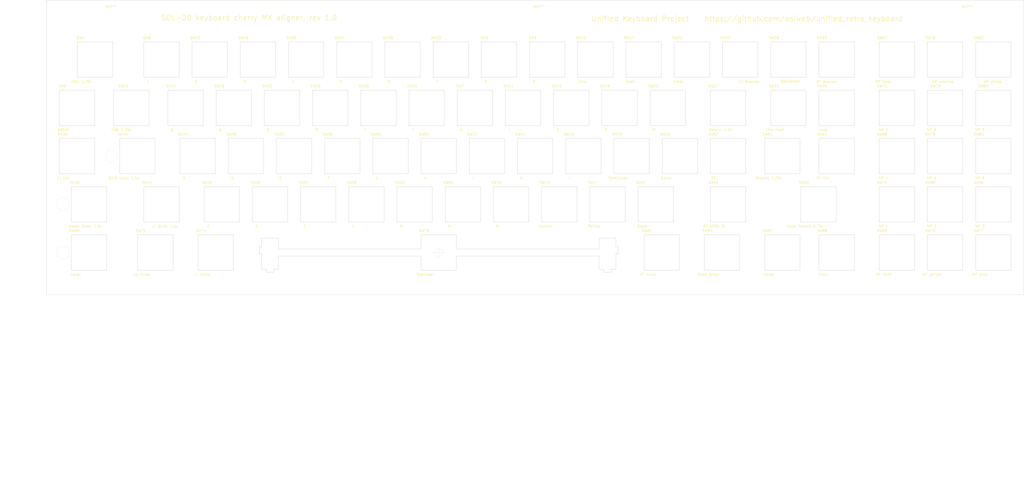
<source format=kicad_pcb>
(kicad_pcb (version 20171130) (host pcbnew "(5.1.5-0-10_14)")

  (general
    (thickness 1.6)
    (drawings 11)
    (tracks 0)
    (zones 0)
    (modules 88)
    (nets 1)
  )

  (page C)
  (title_block
    (title "Unified Retro Keyboard")
    (date 2019-08-25)
    (rev 1.3)
    (company OSIWeb.org)
    (comment 1 "Key matrix w/ LED")
  )

  (layers
    (0 F.Cu signal)
    (31 B.Cu signal)
    (32 B.Adhes user)
    (33 F.Adhes user)
    (34 B.Paste user)
    (35 F.Paste user)
    (36 B.SilkS user)
    (37 F.SilkS user)
    (38 B.Mask user)
    (39 F.Mask user)
    (40 Dwgs.User user)
    (41 Cmts.User user)
    (42 Eco1.User user)
    (43 Eco2.User user)
    (44 Edge.Cuts user)
    (45 Margin user)
    (46 B.CrtYd user)
    (47 F.CrtYd user)
    (48 B.Fab user)
    (49 F.Fab user)
  )

  (setup
    (last_trace_width 0.254)
    (user_trace_width 0.254)
    (user_trace_width 0.508)
    (user_trace_width 1.27)
    (trace_clearance 0.2)
    (zone_clearance 0.508)
    (zone_45_only no)
    (trace_min 0.2)
    (via_size 0.8128)
    (via_drill 0.4064)
    (via_min_size 0.4)
    (via_min_drill 0.3)
    (user_via 1.27 0.7112)
    (uvia_size 0.3048)
    (uvia_drill 0.1016)
    (uvias_allowed no)
    (uvia_min_size 0.2)
    (uvia_min_drill 0.1)
    (edge_width 0.05)
    (segment_width 0.2)
    (pcb_text_width 0.3)
    (pcb_text_size 1.5 1.5)
    (mod_edge_width 0.12)
    (mod_text_size 1 1)
    (mod_text_width 0.15)
    (pad_size 3.81 3.81)
    (pad_drill 3.81)
    (pad_to_mask_clearance 0)
    (aux_axis_origin 61.4172 179.1081)
    (grid_origin 76.835 223.393)
    (visible_elements 7FFFEFFF)
    (pcbplotparams
      (layerselection 0x010fc_ffffffff)
      (usegerberextensions false)
      (usegerberattributes false)
      (usegerberadvancedattributes false)
      (creategerberjobfile false)
      (excludeedgelayer true)
      (linewidth 0.100000)
      (plotframeref false)
      (viasonmask false)
      (mode 1)
      (useauxorigin false)
      (hpglpennumber 1)
      (hpglpenspeed 20)
      (hpglpendiameter 15.000000)
      (psnegative false)
      (psa4output false)
      (plotreference true)
      (plotvalue true)
      (plotinvisibletext false)
      (padsonsilk false)
      (subtractmaskfromsilk false)
      (outputformat 1)
      (mirror false)
      (drillshape 0)
      (scaleselection 1)
      (outputdirectory "outputs"))
  )

  (net 0 "")

  (net_class Default "This is the default net class."
    (clearance 0.2)
    (trace_width 0.254)
    (via_dia 0.8128)
    (via_drill 0.4064)
    (uvia_dia 0.3048)
    (uvia_drill 0.1016)
    (diff_pair_width 0.2032)
    (diff_pair_gap 0.254)
  )

  (net_class power1 ""
    (clearance 0.254)
    (trace_width 1.27)
    (via_dia 1.27)
    (via_drill 0.7112)
    (uvia_dia 0.3048)
    (uvia_drill 0.1016)
    (diff_pair_width 0.2032)
    (diff_pair_gap 0.254)
  )

  (net_class signal ""
    (clearance 0.2032)
    (trace_width 0.254)
    (via_dia 0.8128)
    (via_drill 0.4064)
    (uvia_dia 0.3048)
    (uvia_drill 0.1016)
    (diff_pair_width 0.2032)
    (diff_pair_gap 0.254)
  )

  (module unikbd:MX_space_aligner locked (layer F.Cu) (tedit 5DA62851) (tstamp 5E12D584)
    (at 251.45238 206.79156)
    (path /5E16AC8E/5E135ADC)
    (fp_text reference SW78 (at -5.7912 -8.6106) (layer F.SilkS)
      (effects (font (size 1 1) (thickness 0.15)))
    )
    (fp_text value Spacebar (at -5.334 8.6614) (layer F.SilkS)
      (effects (font (size 1 1) (thickness 0.15)))
    )
    (fp_line (start -6.985 -6.985) (end 6.985 -6.985) (layer Edge.Cuts) (width 0.12))
    (fp_line (start -6.985 -1.397) (end -6.985 -6.985) (layer Edge.Cuts) (width 0.12))
    (fp_line (start -63.3476 -1.397) (end -6.985 -1.397) (layer Edge.Cuts) (width 0.12))
    (fp_line (start -63.3476 -5.6896) (end -63.3476 -1.397) (layer Edge.Cuts) (width 0.12))
    (fp_line (start -70.0024 -5.6896) (end -63.3476 -5.6896) (layer Edge.Cuts) (width 0.12))
    (fp_line (start -70.0024 -2.286) (end -70.0024 -5.6896) (layer Edge.Cuts) (width 0.12))
    (fp_line (start -70.866 -2.286) (end -70.0024 -2.286) (layer Edge.Cuts) (width 0.12))
    (fp_line (start -70.866 0.508) (end -70.866 -2.286) (layer Edge.Cuts) (width 0.12))
    (fp_line (start -70.0024 0.508) (end -70.866 0.508) (layer Edge.Cuts) (width 0.12))
    (fp_line (start -70.0024 6.604) (end -70.0024 0.508) (layer Edge.Cuts) (width 0.12))
    (fp_line (start -68.199 6.604) (end -70.0024 6.604) (layer Edge.Cuts) (width 0.12))
    (fp_line (start -68.199 7.7724) (end -68.199 6.604) (layer Edge.Cuts) (width 0.12))
    (fp_line (start -65.151 7.7724) (end -68.199 7.7724) (layer Edge.Cuts) (width 0.12))
    (fp_line (start -65.151 6.604) (end -65.151 7.7724) (layer Edge.Cuts) (width 0.12))
    (fp_line (start -63.3476 6.604) (end -65.151 6.604) (layer Edge.Cuts) (width 0.12))
    (fp_line (start -63.3476 1.397) (end -63.3476 6.604) (layer Edge.Cuts) (width 0.12))
    (fp_line (start -6.985 1.397) (end -63.3476 1.397) (layer Edge.Cuts) (width 0.12))
    (fp_line (start -6.985 6.985) (end -6.985 1.397) (layer Edge.Cuts) (width 0.12))
    (fp_line (start 6.985 6.985) (end -6.985 6.985) (layer Edge.Cuts) (width 0.12))
    (fp_line (start 6.985 1.397) (end 6.985 6.985) (layer Edge.Cuts) (width 0.12))
    (fp_line (start 63.3476 1.397) (end 6.985 1.397) (layer Edge.Cuts) (width 0.12))
    (fp_line (start 63.3476 6.604) (end 63.3476 1.397) (layer Edge.Cuts) (width 0.12))
    (fp_line (start 65.151 6.604) (end 63.3476 6.604) (layer Edge.Cuts) (width 0.12))
    (fp_line (start 65.151 7.7724) (end 65.151 6.604) (layer Edge.Cuts) (width 0.12))
    (fp_line (start 68.199 7.7724) (end 65.151 7.7724) (layer Edge.Cuts) (width 0.12))
    (fp_line (start 68.199 6.604) (end 68.199 7.7724) (layer Edge.Cuts) (width 0.12))
    (fp_line (start 70.0024 6.604) (end 68.199 6.604) (layer Edge.Cuts) (width 0.12))
    (fp_line (start 70.0024 0.508) (end 70.0024 6.604) (layer Edge.Cuts) (width 0.12))
    (fp_line (start 70.866 0.508) (end 70.0024 0.508) (layer Edge.Cuts) (width 0.12))
    (fp_line (start 70.866 -2.286) (end 70.866 0.508) (layer Edge.Cuts) (width 0.12))
    (fp_line (start 70.0024 -2.286) (end 70.866 -2.286) (layer Edge.Cuts) (width 0.12))
    (fp_line (start 70.0024 -5.6896) (end 70.0024 -2.286) (layer Edge.Cuts) (width 0.12))
    (fp_line (start 63.3476 -5.6896) (end 70.0024 -5.6896) (layer Edge.Cuts) (width 0.12))
    (fp_line (start 63.3476 -1.397) (end 63.3476 -5.6896) (layer Edge.Cuts) (width 0.12))
    (fp_line (start 6.985 -1.397) (end 63.3476 -1.397) (layer Edge.Cuts) (width 0.12))
    (fp_line (start 6.985 -6.985) (end 6.985 -1.397) (layer Edge.Cuts) (width 0.12))
  )

  (module "unikbd:Cherry aligner" locked (layer F.Cu) (tedit 5DA626D6) (tstamp 5E12D3E0)
    (at 365.75238 168.69156)
    (path /5BC3E99D/5BC6CD79)
    (fp_text reference SW57 (at -5.7912 -8.6106) (layer F.SilkS)
      (effects (font (size 1 1) (thickness 0.15)))
    )
    (fp_text value DEL (at -5.334 8.6614) (layer F.SilkS)
      (effects (font (size 1 1) (thickness 0.15)))
    )
    (fp_line (start -6.985 -6.985) (end -6.985 6.985) (layer Edge.Cuts) (width 0.12))
    (fp_line (start 6.985 6.985) (end 6.985 -6.985) (layer Edge.Cuts) (width 0.12))
    (fp_line (start -6.985 -6.985) (end 6.985 -6.985) (layer Edge.Cuts) (width 0.12))
    (fp_line (start -6.985 6.985) (end 6.985 6.985) (layer Edge.Cuts) (width 0.12))
  )

  (module "unikbd:Cherry aligner" locked (layer F.Cu) (tedit 5DA626D6) (tstamp 5E12D3A4)
    (at 203.82738 187.74156)
    (path /5BC3E99D/5BC6CEF2)
    (fp_text reference SW54 (at -5.7912 -8.6106) (layer F.SilkS)
      (effects (font (size 1 1) (thickness 0.15)))
    )
    (fp_text value C (at -5.334 8.6614) (layer F.SilkS)
      (effects (font (size 1 1) (thickness 0.15)))
    )
    (fp_line (start -6.985 -6.985) (end -6.985 6.985) (layer Edge.Cuts) (width 0.12))
    (fp_line (start 6.985 6.985) (end 6.985 -6.985) (layer Edge.Cuts) (width 0.12))
    (fp_line (start -6.985 -6.985) (end 6.985 -6.985) (layer Edge.Cuts) (width 0.12))
    (fp_line (start -6.985 6.985) (end 6.985 6.985) (layer Edge.Cuts) (width 0.12))
  )

  (module "unikbd:Cherry aligner" locked (layer F.Cu) (tedit 5DA626D6) (tstamp 5E6EC726)
    (at 163.34613 206.79156)
    (path /5E16AC8E/5E1BE0F6)
    (fp_text reference SW74 (at -5.7912 -8.6106) (layer F.SilkS)
      (effects (font (size 1 1) (thickness 0.15)))
    )
    (fp_text value "LT Arrow" (at -5.334 8.6614) (layer F.SilkS)
      (effects (font (size 1 1) (thickness 0.15)))
    )
    (fp_line (start -6.985 -6.985) (end -6.985 6.985) (layer Edge.Cuts) (width 0.12))
    (fp_line (start 6.985 6.985) (end 6.985 -6.985) (layer Edge.Cuts) (width 0.12))
    (fp_line (start -6.985 -6.985) (end 6.985 -6.985) (layer Edge.Cuts) (width 0.12))
    (fp_line (start -6.985 6.985) (end 6.985 6.985) (layer Edge.Cuts) (width 0.12))
  )

  (module "unikbd:Cherry aligner" locked (layer F.Cu) (tedit 5DA626D6) (tstamp 5E120789)
    (at 470.52738 149.64156)
    (path /5E16AC8E/5E1BE103)
    (fp_text reference SW85 (at -4.03098 -8.56996) (layer F.SilkS)
      (effects (font (size 1 1) (thickness 0.15)))
    )
    (fp_text value "NP 9" (at -5.334 8.6614) (layer F.SilkS)
      (effects (font (size 1 1) (thickness 0.15)))
    )
    (fp_line (start -6.985 -6.985) (end -6.985 6.985) (layer Edge.Cuts) (width 0.12))
    (fp_line (start 6.985 6.985) (end 6.985 -6.985) (layer Edge.Cuts) (width 0.12))
    (fp_line (start -6.985 -6.985) (end 6.985 -6.985) (layer Edge.Cuts) (width 0.12))
    (fp_line (start -6.985 6.985) (end 6.985 6.985) (layer Edge.Cuts) (width 0.12))
  )

  (module "unikbd:Cherry aligner" locked (layer F.Cu) (tedit 5DA626D6) (tstamp 5E12D1C4)
    (at 227.63988 149.64156)
    (path /5BC3EA0A/5BCAF420)
    (fp_text reference SW30 (at -5.7912 -8.6106) (layer F.SilkS)
      (effects (font (size 1 1) (thickness 0.15)))
    )
    (fp_text value T (at -5.334 8.6614) (layer F.SilkS)
      (effects (font (size 1 1) (thickness 0.15)))
    )
    (fp_line (start -6.985 -6.985) (end -6.985 6.985) (layer Edge.Cuts) (width 0.12))
    (fp_line (start 6.985 6.985) (end 6.985 -6.985) (layer Edge.Cuts) (width 0.12))
    (fp_line (start -6.985 -6.985) (end 6.985 -6.985) (layer Edge.Cuts) (width 0.12))
    (fp_line (start -6.985 6.985) (end 6.985 6.985) (layer Edge.Cuts) (width 0.12))
  )

  (module "unikbd:Cherry aligner" locked (layer F.Cu) (tedit 5DA626D6) (tstamp 5E12D64C)
    (at 408.61488 206.79156)
    (path /5E16AC8E/5E1BE0F8)
    (fp_text reference SW88 (at -5.7912 -8.6106) (layer F.SilkS)
      (effects (font (size 1 1) (thickness 0.15)))
    )
    (fp_text value Clear (at -5.334 8.6614) (layer F.SilkS)
      (effects (font (size 1 1) (thickness 0.15)))
    )
    (fp_line (start -6.985 -6.985) (end -6.985 6.985) (layer Edge.Cuts) (width 0.12))
    (fp_line (start 6.985 6.985) (end 6.985 -6.985) (layer Edge.Cuts) (width 0.12))
    (fp_line (start -6.985 -6.985) (end 6.985 -6.985) (layer Edge.Cuts) (width 0.12))
    (fp_line (start -6.985 6.985) (end 6.985 6.985) (layer Edge.Cuts) (width 0.12))
  )

  (module "unikbd:Cherry aligner" locked (layer F.Cu) (tedit 5DA626D6) (tstamp 5E12D638)
    (at 387.18363 206.79156)
    (path /5E16AC8E/5E1BE0F9)
    (fp_text reference SW87 (at -5.7912 -8.6106) (layer F.SilkS)
      (effects (font (size 1 1) (thickness 0.15)))
    )
    (fp_text value Home (at -5.334 8.6614) (layer F.SilkS)
      (effects (font (size 1 1) (thickness 0.15)))
    )
    (fp_line (start -6.985 -6.985) (end -6.985 6.985) (layer Edge.Cuts) (width 0.12))
    (fp_line (start 6.985 6.985) (end 6.985 -6.985) (layer Edge.Cuts) (width 0.12))
    (fp_line (start -6.985 -6.985) (end 6.985 -6.985) (layer Edge.Cuts) (width 0.12))
    (fp_line (start -6.985 6.985) (end 6.985 6.985) (layer Edge.Cuts) (width 0.12))
  )

  (module "unikbd:Cherry aligner" locked (layer F.Cu) (tedit 5DA626D6) (tstamp 5E12D624)
    (at 470.52738 187.74156)
    (path /5E16AC8E/5E1BE10E)
    (fp_text reference SW86 (at -5.7912 -8.6106) (layer F.SilkS)
      (effects (font (size 1 1) (thickness 0.15)))
    )
    (fp_text value "NP 3" (at -5.334 8.6614) (layer F.SilkS)
      (effects (font (size 1 1) (thickness 0.15)))
    )
    (fp_line (start -6.985 -6.985) (end -6.985 6.985) (layer Edge.Cuts) (width 0.12))
    (fp_line (start 6.985 6.985) (end 6.985 -6.985) (layer Edge.Cuts) (width 0.12))
    (fp_line (start -6.985 -6.985) (end 6.985 -6.985) (layer Edge.Cuts) (width 0.12))
    (fp_line (start -6.985 6.985) (end 6.985 6.985) (layer Edge.Cuts) (width 0.12))
  )

  (module "unikbd:Cherry aligner" locked (layer F.Cu) (tedit 5DA626D6) (tstamp 5E12D5FC)
    (at 363.37113 206.79156)
    (path /5E16AC8E/5E1BE0F7)
    (fp_text reference SW84 (at -5.7912 -8.6106) (layer F.SilkS)
      (effects (font (size 1 1) (thickness 0.15)))
    )
    (fp_text value "Down Arrow" (at -5.334 8.6614) (layer F.SilkS)
      (effects (font (size 1 1) (thickness 0.15)))
    )
    (fp_line (start -6.985 -6.985) (end -6.985 6.985) (layer Edge.Cuts) (width 0.12))
    (fp_line (start 6.985 6.985) (end 6.985 -6.985) (layer Edge.Cuts) (width 0.12))
    (fp_line (start -6.985 -6.985) (end 6.985 -6.985) (layer Edge.Cuts) (width 0.12))
    (fp_line (start -6.985 6.985) (end 6.985 6.985) (layer Edge.Cuts) (width 0.12))
  )

  (module "unikbd:Cherry aligner" locked (layer F.Cu) (tedit 5DA626D6) (tstamp 5E12D5E8)
    (at 470.52738 168.69156)
    (path /5E16AC8E/5E1BE10D)
    (fp_text reference SW83 (at -5.7912 -8.6106) (layer F.SilkS)
      (effects (font (size 1 1) (thickness 0.15)))
    )
    (fp_text value "NP 6" (at -5.334 8.6614) (layer F.SilkS)
      (effects (font (size 1 1) (thickness 0.15)))
    )
    (fp_line (start -6.985 -6.985) (end -6.985 6.985) (layer Edge.Cuts) (width 0.12))
    (fp_line (start 6.985 6.985) (end 6.985 -6.985) (layer Edge.Cuts) (width 0.12))
    (fp_line (start -6.985 -6.985) (end 6.985 -6.985) (layer Edge.Cuts) (width 0.12))
    (fp_line (start -6.985 6.985) (end 6.985 6.985) (layer Edge.Cuts) (width 0.12))
  )

  (module "unikbd:Cherry aligner" locked (layer F.Cu) (tedit 5DA626D6) (tstamp 5E12D5D4)
    (at 470.52738 130.59156)
    (path /5E16AC8E/5E1BE102)
    (fp_text reference SW82 (at -5.7912 -8.6106) (layer F.SilkS)
      (effects (font (size 1 1) (thickness 0.15)))
    )
    (fp_text value "NP divide" (at -0.29718 8.72744) (layer F.SilkS)
      (effects (font (size 1 1) (thickness 0.15)))
    )
    (fp_line (start -6.985 -6.985) (end -6.985 6.985) (layer Edge.Cuts) (width 0.12))
    (fp_line (start 6.985 6.985) (end 6.985 -6.985) (layer Edge.Cuts) (width 0.12))
    (fp_line (start -6.985 -6.985) (end 6.985 -6.985) (layer Edge.Cuts) (width 0.12))
    (fp_line (start -6.985 6.985) (end 6.985 6.985) (layer Edge.Cuts) (width 0.12))
  )

  (module "unikbd:Cherry aligner" locked (layer F.Cu) (tedit 5DA626D6) (tstamp 5E10B4C4)
    (at 339.55863 206.79156)
    (path /5E16AC8E/5E1BE119)
    (fp_text reference SW81 (at -5.7912 -8.6106) (layer F.SilkS)
      (effects (font (size 1 1) (thickness 0.15)))
    )
    (fp_text value "RT Arrow" (at -5.334 8.6614) (layer F.SilkS)
      (effects (font (size 1 1) (thickness 0.15)))
    )
    (fp_line (start -6.985 -6.985) (end -6.985 6.985) (layer Edge.Cuts) (width 0.12))
    (fp_line (start 6.985 6.985) (end 6.985 -6.985) (layer Edge.Cuts) (width 0.12))
    (fp_line (start -6.985 -6.985) (end 6.985 -6.985) (layer Edge.Cuts) (width 0.12))
    (fp_line (start -6.985 6.985) (end 6.985 6.985) (layer Edge.Cuts) (width 0.12))
  )

  (module "unikbd:Cherry aligner" locked (layer F.Cu) (tedit 5DA626D6) (tstamp 5E12D5AC)
    (at 451.47738 187.74156)
    (path /5E16AC8E/5E1BE10B)
    (fp_text reference SW80 (at -5.7912 -8.6106) (layer F.SilkS)
      (effects (font (size 1 1) (thickness 0.15)))
    )
    (fp_text value "NP 2" (at -5.334 8.6614) (layer F.SilkS)
      (effects (font (size 1 1) (thickness 0.15)))
    )
    (fp_line (start -6.985 -6.985) (end -6.985 6.985) (layer Edge.Cuts) (width 0.12))
    (fp_line (start 6.985 6.985) (end 6.985 -6.985) (layer Edge.Cuts) (width 0.12))
    (fp_line (start -6.985 -6.985) (end 6.985 -6.985) (layer Edge.Cuts) (width 0.12))
    (fp_line (start -6.985 6.985) (end 6.985 6.985) (layer Edge.Cuts) (width 0.12))
  )

  (module "unikbd:Cherry aligner" locked (layer F.Cu) (tedit 5DA626D6) (tstamp 5E12D598)
    (at 451.47738 149.64156)
    (path /5E16AC8E/5E1BE100)
    (fp_text reference SW79 (at -3.75158 -8.56996) (layer F.SilkS)
      (effects (font (size 1 1) (thickness 0.15)))
    )
    (fp_text value "NP 8" (at -5.334 8.6614) (layer F.SilkS)
      (effects (font (size 1 1) (thickness 0.15)))
    )
    (fp_line (start -6.985 -6.985) (end -6.985 6.985) (layer Edge.Cuts) (width 0.12))
    (fp_line (start 6.985 6.985) (end 6.985 -6.985) (layer Edge.Cuts) (width 0.12))
    (fp_line (start -6.985 -6.985) (end 6.985 -6.985) (layer Edge.Cuts) (width 0.12))
    (fp_line (start -6.985 6.985) (end 6.985 6.985) (layer Edge.Cuts) (width 0.12))
  )

  (module "unikbd:Cherry aligner" locked (layer F.Cu) (tedit 5DA626D6) (tstamp 5E12D570)
    (at 470.52738 206.79156)
    (path /5E16AC8E/5E1BE116)
    (fp_text reference SW77 (at -5.7912 -8.6106) (layer F.SilkS)
      (effects (font (size 1 1) (thickness 0.15)))
    )
    (fp_text value "NP plus" (at -5.334 8.6614) (layer F.SilkS)
      (effects (font (size 1 1) (thickness 0.15)))
    )
    (fp_line (start -6.985 -6.985) (end -6.985 6.985) (layer Edge.Cuts) (width 0.12))
    (fp_line (start 6.985 6.985) (end 6.985 -6.985) (layer Edge.Cuts) (width 0.12))
    (fp_line (start -6.985 -6.985) (end 6.985 -6.985) (layer Edge.Cuts) (width 0.12))
    (fp_line (start -6.985 6.985) (end 6.985 6.985) (layer Edge.Cuts) (width 0.12))
  )

  (module "unikbd:Cherry aligner" locked (layer F.Cu) (tedit 5DA626D6) (tstamp 5E12D55C)
    (at 451.47738 168.69156)
    (path /5E16AC8E/5E1BE10C)
    (fp_text reference SW76 (at -5.7912 -8.6106) (layer F.SilkS)
      (effects (font (size 1 1) (thickness 0.15)))
    )
    (fp_text value "NP 5" (at -5.334 8.6614) (layer F.SilkS)
      (effects (font (size 1 1) (thickness 0.15)))
    )
    (fp_line (start -6.985 -6.985) (end -6.985 6.985) (layer Edge.Cuts) (width 0.12))
    (fp_line (start 6.985 6.985) (end 6.985 -6.985) (layer Edge.Cuts) (width 0.12))
    (fp_line (start -6.985 -6.985) (end 6.985 -6.985) (layer Edge.Cuts) (width 0.12))
    (fp_line (start -6.985 6.985) (end 6.985 6.985) (layer Edge.Cuts) (width 0.12))
  )

  (module "unikbd:Cherry aligner" locked (layer F.Cu) (tedit 5DA626D6) (tstamp 5E114E20)
    (at 451.47738 130.59156)
    (path /5E16AC8E/5E1BE101)
    (fp_text reference SW75 (at -5.7912 -8.6106) (layer F.SilkS)
      (effects (font (size 1 1) (thickness 0.15)))
    )
    (fp_text value "NP asterisk" (at -0.88138 8.72744) (layer F.SilkS)
      (effects (font (size 1 1) (thickness 0.15)))
    )
    (fp_line (start -6.985 -6.985) (end -6.985 6.985) (layer Edge.Cuts) (width 0.12))
    (fp_line (start 6.985 6.985) (end 6.985 -6.985) (layer Edge.Cuts) (width 0.12))
    (fp_line (start -6.985 -6.985) (end 6.985 -6.985) (layer Edge.Cuts) (width 0.12))
    (fp_line (start -6.985 6.985) (end 6.985 6.985) (layer Edge.Cuts) (width 0.12))
  )

  (module "unikbd:Cherry aligner" locked (layer F.Cu) (tedit 5DA626D6) (tstamp 5E12D520)
    (at 451.47738 206.79156)
    (path /5E16AC8E/5BC6D0AD)
    (fp_text reference SW73 (at -5.7912 -8.6106) (layer F.SilkS)
      (effects (font (size 1 1) (thickness 0.15)))
    )
    (fp_text value "NP period" (at -5.334 8.6614) (layer F.SilkS)
      (effects (font (size 1 1) (thickness 0.15)))
    )
    (fp_line (start -6.985 -6.985) (end -6.985 6.985) (layer Edge.Cuts) (width 0.12))
    (fp_line (start 6.985 6.985) (end 6.985 -6.985) (layer Edge.Cuts) (width 0.12))
    (fp_line (start -6.985 -6.985) (end 6.985 -6.985) (layer Edge.Cuts) (width 0.12))
    (fp_line (start -6.985 6.985) (end 6.985 6.985) (layer Edge.Cuts) (width 0.12))
  )

  (module "unikbd:Cherry aligner" locked (layer F.Cu) (tedit 5DA626D6) (tstamp 5E12D50C)
    (at 432.42738 187.74156)
    (path /5E16AC8E/5E1BE10A)
    (fp_text reference SW72 (at -5.7912 -8.6106) (layer F.SilkS)
      (effects (font (size 1 1) (thickness 0.15)))
    )
    (fp_text value "NP 1" (at -5.334 8.6614) (layer F.SilkS)
      (effects (font (size 1 1) (thickness 0.15)))
    )
    (fp_line (start -6.985 -6.985) (end -6.985 6.985) (layer Edge.Cuts) (width 0.12))
    (fp_line (start 6.985 6.985) (end 6.985 -6.985) (layer Edge.Cuts) (width 0.12))
    (fp_line (start -6.985 -6.985) (end 6.985 -6.985) (layer Edge.Cuts) (width 0.12))
    (fp_line (start -6.985 6.985) (end 6.985 6.985) (layer Edge.Cuts) (width 0.12))
  )

  (module "unikbd:Cherry aligner" locked (layer F.Cu) (tedit 5DA626D6) (tstamp 5E12D4F8)
    (at 432.42738 149.64156)
    (path /5E16AC8E/5E1BE0FF)
    (fp_text reference SW71 (at -5.7912 -8.6106) (layer F.SilkS)
      (effects (font (size 1 1) (thickness 0.15)))
    )
    (fp_text value "NP 7" (at -5.334 8.6614) (layer F.SilkS)
      (effects (font (size 1 1) (thickness 0.15)))
    )
    (fp_line (start -6.985 -6.985) (end -6.985 6.985) (layer Edge.Cuts) (width 0.12))
    (fp_line (start 6.985 6.985) (end 6.985 -6.985) (layer Edge.Cuts) (width 0.12))
    (fp_line (start -6.985 -6.985) (end 6.985 -6.985) (layer Edge.Cuts) (width 0.12))
    (fp_line (start -6.985 6.985) (end 6.985 6.985) (layer Edge.Cuts) (width 0.12))
  )

  (module "unikbd:Cherry aligner" locked (layer F.Cu) (tedit 5DA626D6) (tstamp 5E12D4E4)
    (at 139.53363 206.79156)
    (path /5E16AC8E/5E1BE0F5)
    (fp_text reference SW70 (at -5.7912 -8.6106) (layer F.SilkS)
      (effects (font (size 1 1) (thickness 0.15)))
    )
    (fp_text value "Up Arrow" (at -5.334 8.6614) (layer F.SilkS)
      (effects (font (size 1 1) (thickness 0.15)))
    )
    (fp_line (start -6.985 -6.985) (end -6.985 6.985) (layer Edge.Cuts) (width 0.12))
    (fp_line (start 6.985 6.985) (end 6.985 -6.985) (layer Edge.Cuts) (width 0.12))
    (fp_line (start -6.985 -6.985) (end 6.985 -6.985) (layer Edge.Cuts) (width 0.12))
    (fp_line (start -6.985 6.985) (end 6.985 6.985) (layer Edge.Cuts) (width 0.12))
  )

  (module "unikbd:Cherry aligner" locked (layer F.Cu) (tedit 5DA626D6) (tstamp 5E12D4D0)
    (at 432.42738 206.79156)
    (path /5E16AC8E/5E149AE2)
    (fp_text reference SW69 (at -5.7912 -8.6106) (layer F.SilkS)
      (effects (font (size 1 1) (thickness 0.15)))
    )
    (fp_text value "NP Zero" (at -5.334 8.6614) (layer F.SilkS)
      (effects (font (size 1 1) (thickness 0.15)))
    )
    (fp_line (start -6.985 -6.985) (end -6.985 6.985) (layer Edge.Cuts) (width 0.12))
    (fp_line (start 6.985 6.985) (end 6.985 -6.985) (layer Edge.Cuts) (width 0.12))
    (fp_line (start -6.985 -6.985) (end 6.985 -6.985) (layer Edge.Cuts) (width 0.12))
    (fp_line (start -6.985 6.985) (end 6.985 6.985) (layer Edge.Cuts) (width 0.12))
  )

  (module "unikbd:Cherry aligner" locked (layer F.Cu) (tedit 5DA626D6) (tstamp 5E12D4BC)
    (at 432.42738 168.69156)
    (path /5E16AC8E/5E1BE109)
    (fp_text reference SW68 (at -5.7912 -8.6106) (layer F.SilkS)
      (effects (font (size 1 1) (thickness 0.15)))
    )
    (fp_text value "NP 4" (at -5.334 8.6614) (layer F.SilkS)
      (effects (font (size 1 1) (thickness 0.15)))
    )
    (fp_line (start -6.985 -6.985) (end -6.985 6.985) (layer Edge.Cuts) (width 0.12))
    (fp_line (start 6.985 6.985) (end 6.985 -6.985) (layer Edge.Cuts) (width 0.12))
    (fp_line (start -6.985 -6.985) (end 6.985 -6.985) (layer Edge.Cuts) (width 0.12))
    (fp_line (start -6.985 6.985) (end 6.985 6.985) (layer Edge.Cuts) (width 0.12))
  )

  (module "unikbd:Cherry aligner" locked (layer F.Cu) (tedit 5DA626D6) (tstamp 5E12D4A8)
    (at 432.42738 130.59156)
    (path /5E16AC8E/5E13E76B)
    (fp_text reference SW67 (at -5.7912 -8.6106) (layer F.SilkS)
      (effects (font (size 1 1) (thickness 0.15)))
    )
    (fp_text value "NP Dash" (at -5.334 8.6614) (layer F.SilkS)
      (effects (font (size 1 1) (thickness 0.15)))
    )
    (fp_line (start -6.985 -6.985) (end -6.985 6.985) (layer Edge.Cuts) (width 0.12))
    (fp_line (start 6.985 6.985) (end 6.985 -6.985) (layer Edge.Cuts) (width 0.12))
    (fp_line (start -6.985 -6.985) (end 6.985 -6.985) (layer Edge.Cuts) (width 0.12))
    (fp_line (start -6.985 6.985) (end 6.985 6.985) (layer Edge.Cuts) (width 0.12))
  )

  (module "unikbd:Cherry aligner" locked (layer F.Cu) (tedit 5DA626D6) (tstamp 5E12D494)
    (at 113.33988 206.79156)
    (path /5E16AC8E/5E12EFC1)
    (fp_text reference SW66 (at -5.7912 -8.6106) (layer F.SilkS)
      (effects (font (size 1 1) (thickness 0.15)))
    )
    (fp_text value Local (at -5.334 8.6614) (layer F.SilkS)
      (effects (font (size 1 1) (thickness 0.15)))
    )
    (fp_line (start -6.985 -6.985) (end -6.985 6.985) (layer Edge.Cuts) (width 0.12))
    (fp_line (start 6.985 6.985) (end 6.985 -6.985) (layer Edge.Cuts) (width 0.12))
    (fp_line (start -6.985 -6.985) (end 6.985 -6.985) (layer Edge.Cuts) (width 0.12))
    (fp_line (start -6.985 6.985) (end 6.985 6.985) (layer Edge.Cuts) (width 0.12))
  )

  (module "unikbd:Cherry aligner" locked (layer F.Cu) (tedit 5DA626D6) (tstamp 5E12D480)
    (at 260.97738 187.74156)
    (path /5BC3E99D/5BC6CF00)
    (fp_text reference SW65 (at -5.7912 -8.6106) (layer F.SilkS)
      (effects (font (size 1 1) (thickness 0.15)))
    )
    (fp_text value N (at -5.334 8.6614) (layer F.SilkS)
      (effects (font (size 1 1) (thickness 0.15)))
    )
    (fp_line (start -6.985 -6.985) (end -6.985 6.985) (layer Edge.Cuts) (width 0.12))
    (fp_line (start 6.985 6.985) (end 6.985 -6.985) (layer Edge.Cuts) (width 0.12))
    (fp_line (start -6.985 -6.985) (end 6.985 -6.985) (layer Edge.Cuts) (width 0.12))
    (fp_line (start -6.985 6.985) (end 6.985 6.985) (layer Edge.Cuts) (width 0.12))
  )

  (module "unikbd:Cherry aligner" locked (layer F.Cu) (tedit 5DA626D6) (tstamp 5E12D46C)
    (at 408.61488 168.69156)
    (path /5BC3E99D/5BC6CD80)
    (fp_text reference SW64 (at -5.7912 -8.6106) (layer F.SilkS)
      (effects (font (size 1 1) (thickness 0.15)))
    )
    (fp_text value "RT Ctrl" (at -5.334 8.6614) (layer F.SilkS)
      (effects (font (size 1 1) (thickness 0.15)))
    )
    (fp_line (start -6.985 -6.985) (end -6.985 6.985) (layer Edge.Cuts) (width 0.12))
    (fp_line (start 6.985 6.985) (end 6.985 -6.985) (layer Edge.Cuts) (width 0.12))
    (fp_line (start -6.985 -6.985) (end 6.985 -6.985) (layer Edge.Cuts) (width 0.12))
    (fp_line (start -6.985 6.985) (end 6.985 6.985) (layer Edge.Cuts) (width 0.12))
  )

  (module "unikbd:Cherry aligner" locked (layer F.Cu) (tedit 5DA626D6) (tstamp 5E12D458)
    (at 251.45238 168.69156)
    (path /5BC3E99D/5BC3FF70)
    (fp_text reference SW63 (at -5.7912 -8.6106) (layer F.SilkS)
      (effects (font (size 1 1) (thickness 0.15)))
    )
    (fp_text value H (at -5.334 8.6614) (layer F.SilkS)
      (effects (font (size 1 1) (thickness 0.15)))
    )
    (fp_line (start -6.985 -6.985) (end -6.985 6.985) (layer Edge.Cuts) (width 0.12))
    (fp_line (start 6.985 6.985) (end 6.985 -6.985) (layer Edge.Cuts) (width 0.12))
    (fp_line (start -6.985 -6.985) (end 6.985 -6.985) (layer Edge.Cuts) (width 0.12))
    (fp_line (start -6.985 6.985) (end 6.985 6.985) (layer Edge.Cuts) (width 0.12))
  )

  (module "unikbd:Cherry aligner" locked (layer F.Cu) (tedit 5DA626D6) (tstamp 5E12D444)
    (at 241.92738 187.74156)
    (path /5BC3E99D/5BC6CF07)
    (fp_text reference SW62 (at -5.7912 -8.6106) (layer F.SilkS)
      (effects (font (size 1 1) (thickness 0.15)))
    )
    (fp_text value B (at -5.334 8.6614) (layer F.SilkS)
      (effects (font (size 1 1) (thickness 0.15)))
    )
    (fp_line (start -6.985 -6.985) (end -6.985 6.985) (layer Edge.Cuts) (width 0.12))
    (fp_line (start 6.985 6.985) (end 6.985 -6.985) (layer Edge.Cuts) (width 0.12))
    (fp_line (start -6.985 -6.985) (end 6.985 -6.985) (layer Edge.Cuts) (width 0.12))
    (fp_line (start -6.985 6.985) (end 6.985 6.985) (layer Edge.Cuts) (width 0.12))
  )

  (module "unikbd:Cherry aligner" locked (layer F.Cu) (tedit 5DA626D6) (tstamp 5E12D430)
    (at 387.18363 168.69156)
    (path /5BC3E99D/5BC6CD87)
    (fp_text reference SW61 (at -5.7912 -8.6106) (layer F.SilkS)
      (effects (font (size 1 1) (thickness 0.15)))
    )
    (fp_text value "Repeat: 1.25x" (at -5.334 8.6614) (layer F.SilkS)
      (effects (font (size 1 1) (thickness 0.15)))
    )
    (fp_line (start -6.985 -6.985) (end -6.985 6.985) (layer Edge.Cuts) (width 0.12))
    (fp_line (start 6.985 6.985) (end 6.985 -6.985) (layer Edge.Cuts) (width 0.12))
    (fp_line (start -6.985 -6.985) (end 6.985 -6.985) (layer Edge.Cuts) (width 0.12))
    (fp_line (start -6.985 6.985) (end 6.985 6.985) (layer Edge.Cuts) (width 0.12))
  )

  (module "unikbd:Cherry aligner" locked (layer F.Cu) (tedit 5DA626D6) (tstamp 5E12D41C)
    (at 232.40238 168.69156)
    (path /5BC3E99D/5BC3FF77)
    (fp_text reference SW60 (at -5.7912 -8.6106) (layer F.SilkS)
      (effects (font (size 1 1) (thickness 0.15)))
    )
    (fp_text value G (at -5.334 8.6614) (layer F.SilkS)
      (effects (font (size 1 1) (thickness 0.15)))
    )
    (fp_line (start -6.985 -6.985) (end -6.985 6.985) (layer Edge.Cuts) (width 0.12))
    (fp_line (start 6.985 6.985) (end 6.985 -6.985) (layer Edge.Cuts) (width 0.12))
    (fp_line (start -6.985 -6.985) (end 6.985 -6.985) (layer Edge.Cuts) (width 0.12))
    (fp_line (start -6.985 6.985) (end 6.985 6.985) (layer Edge.Cuts) (width 0.12))
  )

  (module "unikbd:Cherry aligner" locked (layer F.Cu) (tedit 5DA626D6) (tstamp 5E12D408)
    (at 401.47113 187.74156)
    (path /5BC3E99D/5BC6D0C9)
    (fp_text reference SW59 (at -5.7912 -8.6106) (layer F.SilkS)
      (effects (font (size 1 1) (thickness 0.15)))
    )
    (fp_text value "Mode Select: 1.75x" (at -5.334 8.6614) (layer F.SilkS)
      (effects (font (size 1 1) (thickness 0.15)))
    )
    (fp_line (start -6.985 -6.985) (end -6.985 6.985) (layer Edge.Cuts) (width 0.12))
    (fp_line (start 6.985 6.985) (end 6.985 -6.985) (layer Edge.Cuts) (width 0.12))
    (fp_line (start -6.985 -6.985) (end 6.985 -6.985) (layer Edge.Cuts) (width 0.12))
    (fp_line (start -6.985 6.985) (end 6.985 6.985) (layer Edge.Cuts) (width 0.12))
  )

  (module "unikbd:Cherry aligner" locked (layer F.Cu) (tedit 5DA626D6) (tstamp 5E12D3F4)
    (at 222.87738 187.74156)
    (path /5BC3E99D/5BC6CEF9)
    (fp_text reference SW58 (at -5.7912 -8.6106) (layer F.SilkS)
      (effects (font (size 1 1) (thickness 0.15)))
    )
    (fp_text value V (at -5.334 8.6614) (layer F.SilkS)
      (effects (font (size 1 1) (thickness 0.15)))
    )
    (fp_line (start -6.985 -6.985) (end -6.985 6.985) (layer Edge.Cuts) (width 0.12))
    (fp_line (start 6.985 6.985) (end 6.985 -6.985) (layer Edge.Cuts) (width 0.12))
    (fp_line (start -6.985 -6.985) (end 6.985 -6.985) (layer Edge.Cuts) (width 0.12))
    (fp_line (start -6.985 6.985) (end 6.985 6.985) (layer Edge.Cuts) (width 0.12))
  )

  (module "unikbd:Cherry aligner" locked (layer F.Cu) (tedit 5DA626D6) (tstamp 5E12D3CC)
    (at 213.35238 168.69156)
    (path /5BC3E99D/5BC3FF69)
    (fp_text reference SW56 (at -5.7912 -8.6106) (layer F.SilkS)
      (effects (font (size 1 1) (thickness 0.15)))
    )
    (fp_text value F (at -5.334 8.6614) (layer F.SilkS)
      (effects (font (size 1 1) (thickness 0.15)))
    )
    (fp_line (start -6.985 -6.985) (end -6.985 6.985) (layer Edge.Cuts) (width 0.12))
    (fp_line (start 6.985 6.985) (end 6.985 -6.985) (layer Edge.Cuts) (width 0.12))
    (fp_line (start -6.985 -6.985) (end 6.985 -6.985) (layer Edge.Cuts) (width 0.12))
    (fp_line (start -6.985 6.985) (end 6.985 6.985) (layer Edge.Cuts) (width 0.12))
  )

  (module "unikbd:Cherry aligner" locked (layer F.Cu) (tedit 5DA626D6) (tstamp 5E12D3B8)
    (at 365.75238 187.74156)
    (path /5BC3E99D/5BC6D0C2)
    (fp_text reference SW55 (at -5.7912 -8.6106) (layer F.SilkS)
      (effects (font (size 1 1) (thickness 0.15)))
    )
    (fp_text value "RT Shift: 2x" (at -5.334 8.6614) (layer F.SilkS)
      (effects (font (size 1 1) (thickness 0.15)))
    )
    (fp_line (start -6.985 -6.985) (end -6.985 6.985) (layer Edge.Cuts) (width 0.12))
    (fp_line (start 6.985 6.985) (end 6.985 -6.985) (layer Edge.Cuts) (width 0.12))
    (fp_line (start -6.985 -6.985) (end 6.985 -6.985) (layer Edge.Cuts) (width 0.12))
    (fp_line (start -6.985 6.985) (end 6.985 6.985) (layer Edge.Cuts) (width 0.12))
  )

  (module "unikbd:Cherry aligner" locked (layer F.Cu) (tedit 5DA626D6) (tstamp 5E12D390)
    (at 346.70238 168.69156)
    (path /5BC3E99D/5BC6CD72)
    (fp_text reference SW53 (at -5.7912 -8.6106) (layer F.SilkS)
      (effects (font (size 1 1) (thickness 0.15)))
    )
    (fp_text value Colon (at -5.334 8.6614) (layer F.SilkS)
      (effects (font (size 1 1) (thickness 0.15)))
    )
    (fp_line (start -6.985 -6.985) (end -6.985 6.985) (layer Edge.Cuts) (width 0.12))
    (fp_line (start 6.985 6.985) (end 6.985 -6.985) (layer Edge.Cuts) (width 0.12))
    (fp_line (start -6.985 -6.985) (end 6.985 -6.985) (layer Edge.Cuts) (width 0.12))
    (fp_line (start -6.985 6.985) (end 6.985 6.985) (layer Edge.Cuts) (width 0.12))
  )

  (module "unikbd:Cherry aligner" locked (layer F.Cu) (tedit 5DA626D6) (tstamp 5E12D37C)
    (at 194.30238 168.69156)
    (path /5BC3E99D/5E0AC938)
    (fp_text reference SW52 (at -5.7912 -8.6106) (layer F.SilkS)
      (effects (font (size 1 1) (thickness 0.15)))
    )
    (fp_text value D (at -5.334 8.6614) (layer F.SilkS)
      (effects (font (size 1 1) (thickness 0.15)))
    )
    (fp_line (start -6.985 -6.985) (end -6.985 6.985) (layer Edge.Cuts) (width 0.12))
    (fp_line (start 6.985 6.985) (end 6.985 -6.985) (layer Edge.Cuts) (width 0.12))
    (fp_line (start -6.985 -6.985) (end 6.985 -6.985) (layer Edge.Cuts) (width 0.12))
    (fp_line (start -6.985 6.985) (end 6.985 6.985) (layer Edge.Cuts) (width 0.12))
  )

  (module "unikbd:Cherry aligner" locked (layer F.Cu) (tedit 5DA626D6) (tstamp 5E12D368)
    (at 337.17738 187.74156)
    (path /5BC3E99D/5BC6D0B4)
    (fp_text reference SW51 (at -5.7912 -8.6106) (layer F.SilkS)
      (effects (font (size 1 1) (thickness 0.15)))
    )
    (fp_text value Slash (at -5.334 8.6614) (layer F.SilkS)
      (effects (font (size 1 1) (thickness 0.15)))
    )
    (fp_line (start -6.985 -6.985) (end -6.985 6.985) (layer Edge.Cuts) (width 0.12))
    (fp_line (start 6.985 6.985) (end 6.985 -6.985) (layer Edge.Cuts) (width 0.12))
    (fp_line (start -6.985 -6.985) (end 6.985 -6.985) (layer Edge.Cuts) (width 0.12))
    (fp_line (start -6.985 6.985) (end 6.985 6.985) (layer Edge.Cuts) (width 0.12))
  )

  (module "unikbd:Cherry aligner" locked (layer F.Cu) (tedit 5DA626D6) (tstamp 5E12D354)
    (at 184.77738 187.74156)
    (path /5BC3E99D/5BC6CEE4)
    (fp_text reference SW50 (at -5.7912 -8.6106) (layer F.SilkS)
      (effects (font (size 1 1) (thickness 0.15)))
    )
    (fp_text value X (at -5.334 8.6614) (layer F.SilkS)
      (effects (font (size 1 1) (thickness 0.15)))
    )
    (fp_line (start -6.985 -6.985) (end -6.985 6.985) (layer Edge.Cuts) (width 0.12))
    (fp_line (start 6.985 6.985) (end 6.985 -6.985) (layer Edge.Cuts) (width 0.12))
    (fp_line (start -6.985 -6.985) (end 6.985 -6.985) (layer Edge.Cuts) (width 0.12))
    (fp_line (start -6.985 6.985) (end 6.985 6.985) (layer Edge.Cuts) (width 0.12))
  )

  (module "unikbd:Cherry aligner" locked (layer F.Cu) (tedit 5DA626D6) (tstamp 5E12D340)
    (at 327.65238 168.69156)
    (path /5BC3E99D/5BC6CD64)
    (fp_text reference SW49 (at -5.7912 -8.6106) (layer F.SilkS)
      (effects (font (size 1 1) (thickness 0.15)))
    )
    (fp_text value Semicolon (at -5.334 8.6614) (layer F.SilkS)
      (effects (font (size 1 1) (thickness 0.15)))
    )
    (fp_line (start -6.985 -6.985) (end -6.985 6.985) (layer Edge.Cuts) (width 0.12))
    (fp_line (start 6.985 6.985) (end 6.985 -6.985) (layer Edge.Cuts) (width 0.12))
    (fp_line (start -6.985 -6.985) (end 6.985 -6.985) (layer Edge.Cuts) (width 0.12))
    (fp_line (start -6.985 6.985) (end 6.985 6.985) (layer Edge.Cuts) (width 0.12))
  )

  (module "unikbd:Cherry aligner" locked (layer F.Cu) (tedit 5DA626D6) (tstamp 5E12D32C)
    (at 175.25238 168.69156)
    (path /5BC3E99D/5E1BE11D)
    (fp_text reference SW48 (at -5.7912 -8.6106) (layer F.SilkS)
      (effects (font (size 1 1) (thickness 0.15)))
    )
    (fp_text value S (at -5.334 8.6614) (layer F.SilkS)
      (effects (font (size 1 1) (thickness 0.15)))
    )
    (fp_line (start -6.985 -6.985) (end -6.985 6.985) (layer Edge.Cuts) (width 0.12))
    (fp_line (start 6.985 6.985) (end 6.985 -6.985) (layer Edge.Cuts) (width 0.12))
    (fp_line (start -6.985 -6.985) (end 6.985 -6.985) (layer Edge.Cuts) (width 0.12))
    (fp_line (start -6.985 6.985) (end 6.985 6.985) (layer Edge.Cuts) (width 0.12))
  )

  (module "unikbd:Cherry aligner" locked (layer F.Cu) (tedit 5DA626D6) (tstamp 5E12D318)
    (at 318.12738 187.74156)
    (path /5BC3E99D/5BC6D0BB)
    (fp_text reference SW47 (at -5.7912 -8.6106) (layer F.SilkS)
      (effects (font (size 1 1) (thickness 0.15)))
    )
    (fp_text value Period (at -5.334 8.6614) (layer F.SilkS)
      (effects (font (size 1 1) (thickness 0.15)))
    )
    (fp_line (start -6.985 -6.985) (end -6.985 6.985) (layer Edge.Cuts) (width 0.12))
    (fp_line (start 6.985 6.985) (end 6.985 -6.985) (layer Edge.Cuts) (width 0.12))
    (fp_line (start -6.985 -6.985) (end 6.985 -6.985) (layer Edge.Cuts) (width 0.12))
    (fp_line (start -6.985 6.985) (end 6.985 6.985) (layer Edge.Cuts) (width 0.12))
  )

  (module "unikbd:Cherry aligner" locked (layer F.Cu) (tedit 5DA626D6) (tstamp 5E12D304)
    (at 165.72738 187.74156)
    (path /5BC3E99D/5BC6CEEB)
    (fp_text reference SW46 (at -5.7912 -8.6106) (layer F.SilkS)
      (effects (font (size 1 1) (thickness 0.15)))
    )
    (fp_text value Z (at -5.334 8.6614) (layer F.SilkS)
      (effects (font (size 1 1) (thickness 0.15)))
    )
    (fp_line (start -6.985 -6.985) (end -6.985 6.985) (layer Edge.Cuts) (width 0.12))
    (fp_line (start 6.985 6.985) (end 6.985 -6.985) (layer Edge.Cuts) (width 0.12))
    (fp_line (start -6.985 -6.985) (end 6.985 -6.985) (layer Edge.Cuts) (width 0.12))
    (fp_line (start -6.985 6.985) (end 6.985 6.985) (layer Edge.Cuts) (width 0.12))
  )

  (module "unikbd:Cherry aligner" locked (layer F.Cu) (tedit 5DA626D6) (tstamp 5E12D2F0)
    (at 308.60238 168.69156)
    (path /5BC3E99D/5BC6CD6B)
    (fp_text reference SW45 (at -5.7912 -8.6106) (layer F.SilkS)
      (effects (font (size 1 1) (thickness 0.15)))
    )
    (fp_text value L (at -5.334 8.6614) (layer F.SilkS)
      (effects (font (size 1 1) (thickness 0.15)))
    )
    (fp_line (start -6.985 -6.985) (end -6.985 6.985) (layer Edge.Cuts) (width 0.12))
    (fp_line (start 6.985 6.985) (end 6.985 -6.985) (layer Edge.Cuts) (width 0.12))
    (fp_line (start -6.985 -6.985) (end 6.985 -6.985) (layer Edge.Cuts) (width 0.12))
    (fp_line (start -6.985 6.985) (end 6.985 6.985) (layer Edge.Cuts) (width 0.12))
  )

  (module "unikbd:Cherry aligner" locked (layer F.Cu) (tedit 5DA626D6) (tstamp 5E12D2DC)
    (at 156.20238 168.69156)
    (path /5BC3E99D/5BC3FE57)
    (fp_text reference SW44 (at -5.7912 -8.6106) (layer F.SilkS)
      (effects (font (size 1 1) (thickness 0.15)))
    )
    (fp_text value A (at -5.334 8.6614) (layer F.SilkS)
      (effects (font (size 1 1) (thickness 0.15)))
    )
    (fp_line (start -6.985 -6.985) (end -6.985 6.985) (layer Edge.Cuts) (width 0.12))
    (fp_line (start 6.985 6.985) (end 6.985 -6.985) (layer Edge.Cuts) (width 0.12))
    (fp_line (start -6.985 -6.985) (end 6.985 -6.985) (layer Edge.Cuts) (width 0.12))
    (fp_line (start -6.985 6.985) (end 6.985 6.985) (layer Edge.Cuts) (width 0.12))
  )

  (module "unikbd:Cherry aligner" locked (layer F.Cu) (tedit 5DA626D6) (tstamp 5E12D2C8)
    (at 299.07738 187.74156)
    (path /5BC3E99D/5E1BE115)
    (fp_text reference SW43 (at -5.7912 -8.6106) (layer F.SilkS)
      (effects (font (size 1 1) (thickness 0.15)))
    )
    (fp_text value Comma (at -5.334 8.6614) (layer F.SilkS)
      (effects (font (size 1 1) (thickness 0.15)))
    )
    (fp_line (start -6.985 -6.985) (end -6.985 6.985) (layer Edge.Cuts) (width 0.12))
    (fp_line (start 6.985 6.985) (end 6.985 -6.985) (layer Edge.Cuts) (width 0.12))
    (fp_line (start -6.985 -6.985) (end 6.985 -6.985) (layer Edge.Cuts) (width 0.12))
    (fp_line (start -6.985 6.985) (end 6.985 6.985) (layer Edge.Cuts) (width 0.12))
  )

  (module "unikbd:Cherry aligner" locked (layer F.Cu) (tedit 5DA626D6) (tstamp 5E10B192)
    (at 141.91488 187.74156)
    (path /5BC3E99D/5BC6CEDD)
    (fp_text reference SW42 (at -5.7912 -8.6106) (layer F.SilkS)
      (effects (font (size 1 1) (thickness 0.15)))
    )
    (fp_text value "LT Shift: 1.5x" (at 1.36652 8.75284) (layer F.SilkS)
      (effects (font (size 1 1) (thickness 0.15)))
    )
    (fp_line (start -6.985 -6.985) (end -6.985 6.985) (layer Edge.Cuts) (width 0.12))
    (fp_line (start 6.985 6.985) (end 6.985 -6.985) (layer Edge.Cuts) (width 0.12))
    (fp_line (start -6.985 -6.985) (end 6.985 -6.985) (layer Edge.Cuts) (width 0.12))
    (fp_line (start -6.985 6.985) (end 6.985 6.985) (layer Edge.Cuts) (width 0.12))
  )

  (module "unikbd:Cherry aligner" locked (layer F.Cu) (tedit 5DA626D6) (tstamp 5E12D2A0)
    (at 289.55238 168.69156)
    (path /5BC3E99D/5BC6CD5D)
    (fp_text reference SW41 (at -5.7912 -8.6106) (layer F.SilkS)
      (effects (font (size 1 1) (thickness 0.15)))
    )
    (fp_text value K (at -5.334 8.6614) (layer F.SilkS)
      (effects (font (size 1 1) (thickness 0.15)))
    )
    (fp_line (start -6.985 -6.985) (end -6.985 6.985) (layer Edge.Cuts) (width 0.12))
    (fp_line (start 6.985 6.985) (end 6.985 -6.985) (layer Edge.Cuts) (width 0.12))
    (fp_line (start -6.985 -6.985) (end 6.985 -6.985) (layer Edge.Cuts) (width 0.12))
    (fp_line (start -6.985 6.985) (end 6.985 6.985) (layer Edge.Cuts) (width 0.12))
  )

  (module "unikbd:Cherry aligner" locked (layer F.Cu) (tedit 5DA626D6) (tstamp 5E12D28C)
    (at 132.38988 168.69156)
    (path /5BC3E99D/5BC3FD26)
    (fp_text reference SW40 (at -5.7912 -8.6106) (layer F.SilkS)
      (effects (font (size 1 1) (thickness 0.15)))
    )
    (fp_text value "Shift Lock: 1.5x" (at -5.334 8.6614) (layer F.SilkS)
      (effects (font (size 1 1) (thickness 0.15)))
    )
    (fp_line (start -6.985 -6.985) (end -6.985 6.985) (layer Edge.Cuts) (width 0.12))
    (fp_line (start 6.985 6.985) (end 6.985 -6.985) (layer Edge.Cuts) (width 0.12))
    (fp_line (start -6.985 -6.985) (end 6.985 -6.985) (layer Edge.Cuts) (width 0.12))
    (fp_line (start -6.985 6.985) (end 6.985 6.985) (layer Edge.Cuts) (width 0.12))
  )

  (module "unikbd:Cherry aligner" locked (layer F.Cu) (tedit 5DA626D6) (tstamp 5E12D278)
    (at 280.02738 187.74156)
    (path /5BC3E99D/5E1BE121)
    (fp_text reference SW39 (at -5.7912 -8.6106) (layer F.SilkS)
      (effects (font (size 1 1) (thickness 0.15)))
    )
    (fp_text value M (at -5.334 8.6614) (layer F.SilkS)
      (effects (font (size 1 1) (thickness 0.15)))
    )
    (fp_line (start -6.985 -6.985) (end -6.985 6.985) (layer Edge.Cuts) (width 0.12))
    (fp_line (start 6.985 6.985) (end 6.985 -6.985) (layer Edge.Cuts) (width 0.12))
    (fp_line (start -6.985 -6.985) (end 6.985 -6.985) (layer Edge.Cuts) (width 0.12))
    (fp_line (start -6.985 6.985) (end 6.985 6.985) (layer Edge.Cuts) (width 0.12))
  )

  (module "unikbd:Cherry aligner" locked (layer F.Cu) (tedit 5DA626D6) (tstamp 5E12D264)
    (at 113.33988 187.74156)
    (path /5BC3E99D/5BC6CED6)
    (fp_text reference SW38 (at -5.7912 -8.6106) (layer F.SilkS)
      (effects (font (size 1 1) (thickness 0.15)))
    )
    (fp_text value "Upper Case: 1.5x" (at -1.55448 8.6614) (layer F.SilkS)
      (effects (font (size 1 1) (thickness 0.15)))
    )
    (fp_line (start -6.985 -6.985) (end -6.985 6.985) (layer Edge.Cuts) (width 0.12))
    (fp_line (start 6.985 6.985) (end 6.985 -6.985) (layer Edge.Cuts) (width 0.12))
    (fp_line (start -6.985 -6.985) (end 6.985 -6.985) (layer Edge.Cuts) (width 0.12))
    (fp_line (start -6.985 6.985) (end 6.985 6.985) (layer Edge.Cuts) (width 0.12))
  )

  (module "unikbd:Cherry aligner" locked (layer F.Cu) (tedit 5DA626D6) (tstamp 5E12D250)
    (at 270.50238 168.69156)
    (path /5BC3E99D/5E1BE11F)
    (fp_text reference SW37 (at -5.7912 -8.6106) (layer F.SilkS)
      (effects (font (size 1 1) (thickness 0.15)))
    )
    (fp_text value J (at -5.334 8.6614) (layer F.SilkS)
      (effects (font (size 1 1) (thickness 0.15)))
    )
    (fp_line (start -6.985 -6.985) (end -6.985 6.985) (layer Edge.Cuts) (width 0.12))
    (fp_line (start 6.985 6.985) (end 6.985 -6.985) (layer Edge.Cuts) (width 0.12))
    (fp_line (start -6.985 -6.985) (end 6.985 -6.985) (layer Edge.Cuts) (width 0.12))
    (fp_line (start -6.985 6.985) (end 6.985 6.985) (layer Edge.Cuts) (width 0.12))
  )

  (module "unikbd:Cherry aligner" locked (layer F.Cu) (tedit 5DA626D6) (tstamp 5E12D23C)
    (at 108.57738 168.69156)
    (path /5BC3E99D/5E1BE11B)
    (fp_text reference SW36 (at -5.7912 -8.6106) (layer F.SilkS)
      (effects (font (size 1 1) (thickness 0.15)))
    )
    (fp_text value "LT Ctrl" (at -5.334 8.6614) (layer F.SilkS)
      (effects (font (size 1 1) (thickness 0.15)))
    )
    (fp_line (start -6.985 -6.985) (end -6.985 6.985) (layer Edge.Cuts) (width 0.12))
    (fp_line (start 6.985 6.985) (end 6.985 -6.985) (layer Edge.Cuts) (width 0.12))
    (fp_line (start -6.985 -6.985) (end 6.985 -6.985) (layer Edge.Cuts) (width 0.12))
    (fp_line (start -6.985 6.985) (end 6.985 6.985) (layer Edge.Cuts) (width 0.12))
  )

  (module "unikbd:Cherry aligner" locked (layer F.Cu) (tedit 5DA626D6) (tstamp 5E12D228)
    (at 408.61488 149.64156)
    (path /5BC3EA0A/5BCAF489)
    (fp_text reference SW35 (at -5.7912 -8.6106) (layer F.SilkS)
      (effects (font (size 1 1) (thickness 0.15)))
    )
    (fp_text value Load (at -5.334 8.6614) (layer F.SilkS)
      (effects (font (size 1 1) (thickness 0.15)))
    )
    (fp_line (start -6.985 -6.985) (end -6.985 6.985) (layer Edge.Cuts) (width 0.12))
    (fp_line (start 6.985 6.985) (end 6.985 -6.985) (layer Edge.Cuts) (width 0.12))
    (fp_line (start -6.985 -6.985) (end 6.985 -6.985) (layer Edge.Cuts) (width 0.12))
    (fp_line (start -6.985 6.985) (end 6.985 6.985) (layer Edge.Cuts) (width 0.12))
  )

  (module "unikbd:Cherry aligner" locked (layer F.Cu) (tedit 5DA626D6) (tstamp 5E12D214)
    (at 246.68988 149.64156)
    (path /5BC3EA0A/5BCAF419)
    (fp_text reference SW34 (at -5.7912 -8.6106) (layer F.SilkS)
      (effects (font (size 1 1) (thickness 0.15)))
    )
    (fp_text value Y (at -5.334 8.6614) (layer F.SilkS)
      (effects (font (size 1 1) (thickness 0.15)))
    )
    (fp_line (start -6.985 -6.985) (end -6.985 6.985) (layer Edge.Cuts) (width 0.12))
    (fp_line (start 6.985 6.985) (end 6.985 -6.985) (layer Edge.Cuts) (width 0.12))
    (fp_line (start -6.985 -6.985) (end 6.985 -6.985) (layer Edge.Cuts) (width 0.12))
    (fp_line (start -6.985 6.985) (end 6.985 6.985) (layer Edge.Cuts) (width 0.12))
  )

  (module "unikbd:Cherry aligner" locked (layer F.Cu) (tedit 5DA626D6) (tstamp 5E12D200)
    (at 408.61488 130.59156)
    (path /5BC3EA0A/5BCAF3A9)
    (fp_text reference SW33 (at -5.7912 -8.6106) (layer F.SilkS)
      (effects (font (size 1 1) (thickness 0.15)))
    )
    (fp_text value "RT Bracket" (at -3.90398 8.75284) (layer F.SilkS)
      (effects (font (size 1 1) (thickness 0.15)))
    )
    (fp_line (start -6.985 -6.985) (end -6.985 6.985) (layer Edge.Cuts) (width 0.12))
    (fp_line (start 6.985 6.985) (end 6.985 -6.985) (layer Edge.Cuts) (width 0.12))
    (fp_line (start -6.985 -6.985) (end 6.985 -6.985) (layer Edge.Cuts) (width 0.12))
    (fp_line (start -6.985 6.985) (end 6.985 6.985) (layer Edge.Cuts) (width 0.12))
  )

  (module "unikbd:Cherry aligner" locked (layer F.Cu) (tedit 5DA626D6) (tstamp 5E12D1EC)
    (at 256.21488 130.59156)
    (path /5BC3EA0A/5BCAF339)
    (fp_text reference SW32 (at -5.7912 -8.6106) (layer F.SilkS)
      (effects (font (size 1 1) (thickness 0.15)))
    )
    (fp_text value 7 (at -5.334 8.6614) (layer F.SilkS)
      (effects (font (size 1 1) (thickness 0.15)))
    )
    (fp_line (start -6.985 -6.985) (end -6.985 6.985) (layer Edge.Cuts) (width 0.12))
    (fp_line (start 6.985 6.985) (end 6.985 -6.985) (layer Edge.Cuts) (width 0.12))
    (fp_line (start -6.985 -6.985) (end 6.985 -6.985) (layer Edge.Cuts) (width 0.12))
    (fp_line (start -6.985 6.985) (end 6.985 6.985) (layer Edge.Cuts) (width 0.12))
  )

  (module "unikbd:Cherry aligner" locked (layer F.Cu) (tedit 5DA626D6) (tstamp 5E12D1D8)
    (at 389.56488 149.64156)
    (path /5BC3EA0A/5BCAF490)
    (fp_text reference SW31 (at -5.7912 -8.6106) (layer F.SilkS)
      (effects (font (size 1 1) (thickness 0.15)))
    )
    (fp_text value "Line Feed" (at -5.334 8.6614) (layer F.SilkS)
      (effects (font (size 1 1) (thickness 0.15)))
    )
    (fp_line (start -6.985 -6.985) (end -6.985 6.985) (layer Edge.Cuts) (width 0.12))
    (fp_line (start 6.985 6.985) (end 6.985 -6.985) (layer Edge.Cuts) (width 0.12))
    (fp_line (start -6.985 -6.985) (end 6.985 -6.985) (layer Edge.Cuts) (width 0.12))
    (fp_line (start -6.985 6.985) (end 6.985 6.985) (layer Edge.Cuts) (width 0.12))
  )

  (module "unikbd:Cherry aligner" locked (layer F.Cu) (tedit 5DA626D6) (tstamp 5E12D1B0)
    (at 389.56488 130.59156)
    (path /5BC3EA0A/5BCAF3B0)
    (fp_text reference SW29 (at -5.7912 -8.6106) (layer F.SilkS)
      (effects (font (size 1 1) (thickness 0.15)))
    )
    (fp_text value Backslash (at 0.79502 8.49884) (layer F.SilkS)
      (effects (font (size 1 1) (thickness 0.15)))
    )
    (fp_line (start -6.985 -6.985) (end -6.985 6.985) (layer Edge.Cuts) (width 0.12))
    (fp_line (start 6.985 6.985) (end 6.985 -6.985) (layer Edge.Cuts) (width 0.12))
    (fp_line (start -6.985 -6.985) (end 6.985 -6.985) (layer Edge.Cuts) (width 0.12))
    (fp_line (start -6.985 6.985) (end 6.985 6.985) (layer Edge.Cuts) (width 0.12))
  )

  (module "unikbd:Cherry aligner" locked (layer F.Cu) (tedit 5DA626D6) (tstamp 5E12D19C)
    (at 237.16488 130.59156)
    (path /5BC3EA0A/5BCAF340)
    (fp_text reference SW28 (at -5.7912 -8.6106) (layer F.SilkS)
      (effects (font (size 1 1) (thickness 0.15)))
    )
    (fp_text value 6 (at -5.334 8.6614) (layer F.SilkS)
      (effects (font (size 1 1) (thickness 0.15)))
    )
    (fp_line (start -6.985 -6.985) (end -6.985 6.985) (layer Edge.Cuts) (width 0.12))
    (fp_line (start 6.985 6.985) (end 6.985 -6.985) (layer Edge.Cuts) (width 0.12))
    (fp_line (start -6.985 -6.985) (end 6.985 -6.985) (layer Edge.Cuts) (width 0.12))
    (fp_line (start -6.985 6.985) (end 6.985 6.985) (layer Edge.Cuts) (width 0.12))
  )

  (module "unikbd:Cherry aligner" locked (layer F.Cu) (tedit 5DA626D6) (tstamp 5E12D188)
    (at 365.75238 149.64156)
    (path /5BC3EA0A/5BCAF482)
    (fp_text reference SW27 (at -5.7912 -8.6106) (layer F.SilkS)
      (effects (font (size 1 1) (thickness 0.15)))
    )
    (fp_text value "Return: 1.5x" (at -2.95148 8.6614) (layer F.SilkS)
      (effects (font (size 1 1) (thickness 0.15)))
    )
    (fp_line (start -6.985 -6.985) (end -6.985 6.985) (layer Edge.Cuts) (width 0.12))
    (fp_line (start 6.985 6.985) (end 6.985 -6.985) (layer Edge.Cuts) (width 0.12))
    (fp_line (start -6.985 -6.985) (end 6.985 -6.985) (layer Edge.Cuts) (width 0.12))
    (fp_line (start -6.985 6.985) (end 6.985 6.985) (layer Edge.Cuts) (width 0.12))
  )

  (module "unikbd:Cherry aligner" locked (layer F.Cu) (tedit 5DA626D6) (tstamp 5E12D174)
    (at 208.58988 149.64156)
    (path /5BC3EA0A/5BCAF412)
    (fp_text reference SW26 (at -5.7912 -8.6106) (layer F.SilkS)
      (effects (font (size 1 1) (thickness 0.15)))
    )
    (fp_text value R (at -5.334 8.6614) (layer F.SilkS)
      (effects (font (size 1 1) (thickness 0.15)))
    )
    (fp_line (start -6.985 -6.985) (end -6.985 6.985) (layer Edge.Cuts) (width 0.12))
    (fp_line (start 6.985 6.985) (end 6.985 -6.985) (layer Edge.Cuts) (width 0.12))
    (fp_line (start -6.985 -6.985) (end 6.985 -6.985) (layer Edge.Cuts) (width 0.12))
    (fp_line (start -6.985 6.985) (end 6.985 6.985) (layer Edge.Cuts) (width 0.12))
  )

  (module "unikbd:Cherry aligner" locked (layer F.Cu) (tedit 5DA626D6) (tstamp 5E12D160)
    (at 370.51488 130.59156)
    (path /5BC3EA0A/5BCAF3A2)
    (fp_text reference SW25 (at -5.7912 -8.6106) (layer F.SilkS)
      (effects (font (size 1 1) (thickness 0.15)))
    )
    (fp_text value "LT Bracket" (at 3.58902 8.75284) (layer F.SilkS)
      (effects (font (size 1 1) (thickness 0.15)))
    )
    (fp_line (start -6.985 -6.985) (end -6.985 6.985) (layer Edge.Cuts) (width 0.12))
    (fp_line (start 6.985 6.985) (end 6.985 -6.985) (layer Edge.Cuts) (width 0.12))
    (fp_line (start -6.985 -6.985) (end 6.985 -6.985) (layer Edge.Cuts) (width 0.12))
    (fp_line (start -6.985 6.985) (end 6.985 6.985) (layer Edge.Cuts) (width 0.12))
  )

  (module "unikbd:Cherry aligner" locked (layer F.Cu) (tedit 5DA626D6) (tstamp 5E12D14C)
    (at 218.11488 130.59156)
    (path /5BC3EA0A/5BCAF332)
    (fp_text reference SW24 (at -5.7912 -8.6106) (layer F.SilkS)
      (effects (font (size 1 1) (thickness 0.15)))
    )
    (fp_text value 5 (at -5.334 8.6614) (layer F.SilkS)
      (effects (font (size 1 1) (thickness 0.15)))
    )
    (fp_line (start -6.985 -6.985) (end -6.985 6.985) (layer Edge.Cuts) (width 0.12))
    (fp_line (start 6.985 6.985) (end 6.985 -6.985) (layer Edge.Cuts) (width 0.12))
    (fp_line (start -6.985 -6.985) (end 6.985 -6.985) (layer Edge.Cuts) (width 0.12))
    (fp_line (start -6.985 6.985) (end 6.985 6.985) (layer Edge.Cuts) (width 0.12))
  )

  (module "unikbd:Cherry aligner" locked (layer F.Cu) (tedit 5DA626D6) (tstamp 5E12D138)
    (at 341.93988 149.64156)
    (path /5BC3EA0A/5BCAF47B)
    (fp_text reference SW23 (at -5.7912 -8.6106) (layer F.SilkS)
      (effects (font (size 1 1) (thickness 0.15)))
    )
    (fp_text value AT (at -5.334 8.6614) (layer F.SilkS)
      (effects (font (size 1 1) (thickness 0.15)))
    )
    (fp_line (start -6.985 -6.985) (end -6.985 6.985) (layer Edge.Cuts) (width 0.12))
    (fp_line (start 6.985 6.985) (end 6.985 -6.985) (layer Edge.Cuts) (width 0.12))
    (fp_line (start -6.985 -6.985) (end 6.985 -6.985) (layer Edge.Cuts) (width 0.12))
    (fp_line (start -6.985 6.985) (end 6.985 6.985) (layer Edge.Cuts) (width 0.12))
  )

  (module "unikbd:Cherry aligner" locked (layer F.Cu) (tedit 5DA626D6) (tstamp 5E12D124)
    (at 189.53988 149.64156)
    (path /5BC3EA0A/5BCAF40B)
    (fp_text reference SW22 (at -5.7912 -8.6106) (layer F.SilkS)
      (effects (font (size 1 1) (thickness 0.15)))
    )
    (fp_text value E (at -5.334 8.6614) (layer F.SilkS)
      (effects (font (size 1 1) (thickness 0.15)))
    )
    (fp_line (start -6.985 -6.985) (end -6.985 6.985) (layer Edge.Cuts) (width 0.12))
    (fp_line (start 6.985 6.985) (end 6.985 -6.985) (layer Edge.Cuts) (width 0.12))
    (fp_line (start -6.985 -6.985) (end 6.985 -6.985) (layer Edge.Cuts) (width 0.12))
    (fp_line (start -6.985 6.985) (end 6.985 6.985) (layer Edge.Cuts) (width 0.12))
  )

  (module "unikbd:Cherry aligner" locked (layer F.Cu) (tedit 5DA626D6) (tstamp 5E12D110)
    (at 351.46488 130.59156)
    (path /5BC3EA0A/5BCAF39B)
    (fp_text reference SW21 (at -5.7912 -8.6106) (layer F.SilkS)
      (effects (font (size 1 1) (thickness 0.15)))
    )
    (fp_text value Caret (at -5.334 8.6614) (layer F.SilkS)
      (effects (font (size 1 1) (thickness 0.15)))
    )
    (fp_line (start -6.985 -6.985) (end -6.985 6.985) (layer Edge.Cuts) (width 0.12))
    (fp_line (start 6.985 6.985) (end 6.985 -6.985) (layer Edge.Cuts) (width 0.12))
    (fp_line (start -6.985 -6.985) (end 6.985 -6.985) (layer Edge.Cuts) (width 0.12))
    (fp_line (start -6.985 6.985) (end 6.985 6.985) (layer Edge.Cuts) (width 0.12))
  )

  (module "unikbd:Cherry aligner" locked (layer F.Cu) (tedit 5DA626D6) (tstamp 5E12D0FC)
    (at 199.06488 130.59156)
    (path /5BC3EA0A/5BCAF32B)
    (fp_text reference SW20 (at -5.7912 -8.6106) (layer F.SilkS)
      (effects (font (size 1 1) (thickness 0.15)))
    )
    (fp_text value 4 (at -5.334 8.6614) (layer F.SilkS)
      (effects (font (size 1 1) (thickness 0.15)))
    )
    (fp_line (start -6.985 -6.985) (end -6.985 6.985) (layer Edge.Cuts) (width 0.12))
    (fp_line (start 6.985 6.985) (end 6.985 -6.985) (layer Edge.Cuts) (width 0.12))
    (fp_line (start -6.985 -6.985) (end 6.985 -6.985) (layer Edge.Cuts) (width 0.12))
    (fp_line (start -6.985 6.985) (end 6.985 6.985) (layer Edge.Cuts) (width 0.12))
  )

  (module "unikbd:Cherry aligner" locked (layer F.Cu) (tedit 5DA626D6) (tstamp 5E12D0E8)
    (at 322.88988 149.64156)
    (path /5BC3EA0A/5BCAF46D)
    (fp_text reference SW19 (at -5.7912 -8.6106) (layer F.SilkS)
      (effects (font (size 1 1) (thickness 0.15)))
    )
    (fp_text value P (at -5.334 8.6614) (layer F.SilkS)
      (effects (font (size 1 1) (thickness 0.15)))
    )
    (fp_line (start -6.985 -6.985) (end -6.985 6.985) (layer Edge.Cuts) (width 0.12))
    (fp_line (start 6.985 6.985) (end 6.985 -6.985) (layer Edge.Cuts) (width 0.12))
    (fp_line (start -6.985 -6.985) (end 6.985 -6.985) (layer Edge.Cuts) (width 0.12))
    (fp_line (start -6.985 6.985) (end 6.985 6.985) (layer Edge.Cuts) (width 0.12))
  )

  (module "unikbd:Cherry aligner" locked (layer F.Cu) (tedit 5DA626D6) (tstamp 5E12D0D4)
    (at 170.48988 149.64156)
    (path /5BC3EA0A/5BCAF3FD)
    (fp_text reference SW18 (at -5.7912 -8.6106) (layer F.SilkS)
      (effects (font (size 1 1) (thickness 0.15)))
    )
    (fp_text value W (at -5.334 8.6614) (layer F.SilkS)
      (effects (font (size 1 1) (thickness 0.15)))
    )
    (fp_line (start -6.985 -6.985) (end -6.985 6.985) (layer Edge.Cuts) (width 0.12))
    (fp_line (start 6.985 6.985) (end 6.985 -6.985) (layer Edge.Cuts) (width 0.12))
    (fp_line (start -6.985 -6.985) (end 6.985 -6.985) (layer Edge.Cuts) (width 0.12))
    (fp_line (start -6.985 6.985) (end 6.985 6.985) (layer Edge.Cuts) (width 0.12))
  )

  (module "unikbd:Cherry aligner" locked (layer F.Cu) (tedit 5DA626D6) (tstamp 5E12D0C0)
    (at 332.41488 130.59156)
    (path /5BC3EA0A/5BCAF38D)
    (fp_text reference SW17 (at -5.7912 -8.6106) (layer F.SilkS)
      (effects (font (size 1 1) (thickness 0.15)))
    )
    (fp_text value Dash (at -5.334 8.6614) (layer F.SilkS)
      (effects (font (size 1 1) (thickness 0.15)))
    )
    (fp_line (start -6.985 -6.985) (end -6.985 6.985) (layer Edge.Cuts) (width 0.12))
    (fp_line (start 6.985 6.985) (end 6.985 -6.985) (layer Edge.Cuts) (width 0.12))
    (fp_line (start -6.985 -6.985) (end 6.985 -6.985) (layer Edge.Cuts) (width 0.12))
    (fp_line (start -6.985 6.985) (end 6.985 6.985) (layer Edge.Cuts) (width 0.12))
  )

  (module "unikbd:Cherry aligner" locked (layer F.Cu) (tedit 5DA626D6) (tstamp 5E12D0AC)
    (at 180.01488 130.59156)
    (path /5BC3EA0A/5BCAF31D)
    (fp_text reference SW16 (at -5.7912 -8.6106) (layer F.SilkS)
      (effects (font (size 1 1) (thickness 0.15)))
    )
    (fp_text value 3 (at -5.334 8.6614) (layer F.SilkS)
      (effects (font (size 1 1) (thickness 0.15)))
    )
    (fp_line (start -6.985 -6.985) (end -6.985 6.985) (layer Edge.Cuts) (width 0.12))
    (fp_line (start 6.985 6.985) (end 6.985 -6.985) (layer Edge.Cuts) (width 0.12))
    (fp_line (start -6.985 -6.985) (end 6.985 -6.985) (layer Edge.Cuts) (width 0.12))
    (fp_line (start -6.985 6.985) (end 6.985 6.985) (layer Edge.Cuts) (width 0.12))
  )

  (module "unikbd:Cherry aligner" locked (layer F.Cu) (tedit 5DA626D6) (tstamp 5E12D098)
    (at 303.83988 149.64156)
    (path /5BC3EA0A/5BCAF474)
    (fp_text reference SW15 (at -5.7912 -8.6106) (layer F.SilkS)
      (effects (font (size 1 1) (thickness 0.15)))
    )
    (fp_text value O (at -5.334 8.6614) (layer F.SilkS)
      (effects (font (size 1 1) (thickness 0.15)))
    )
    (fp_line (start -6.985 -6.985) (end -6.985 6.985) (layer Edge.Cuts) (width 0.12))
    (fp_line (start 6.985 6.985) (end 6.985 -6.985) (layer Edge.Cuts) (width 0.12))
    (fp_line (start -6.985 -6.985) (end 6.985 -6.985) (layer Edge.Cuts) (width 0.12))
    (fp_line (start -6.985 6.985) (end 6.985 6.985) (layer Edge.Cuts) (width 0.12))
  )

  (module "unikbd:Cherry aligner" locked (layer F.Cu) (tedit 5DA626D6) (tstamp 5E12D084)
    (at 151.43988 149.64156)
    (path /5BC3EA0A/5BCAF404)
    (fp_text reference SW14 (at -5.7912 -8.6106) (layer F.SilkS)
      (effects (font (size 1 1) (thickness 0.15)))
    )
    (fp_text value Q (at -5.334 8.6614) (layer F.SilkS)
      (effects (font (size 1 1) (thickness 0.15)))
    )
    (fp_line (start -6.985 -6.985) (end -6.985 6.985) (layer Edge.Cuts) (width 0.12))
    (fp_line (start 6.985 6.985) (end 6.985 -6.985) (layer Edge.Cuts) (width 0.12))
    (fp_line (start -6.985 -6.985) (end 6.985 -6.985) (layer Edge.Cuts) (width 0.12))
    (fp_line (start -6.985 6.985) (end 6.985 6.985) (layer Edge.Cuts) (width 0.12))
  )

  (module "unikbd:Cherry aligner" locked (layer F.Cu) (tedit 5DA626D6) (tstamp 5E12D070)
    (at 313.36488 130.59156)
    (path /5BC3EA0A/5E10DE66)
    (fp_text reference SW13 (at -5.7912 -8.6106) (layer F.SilkS)
      (effects (font (size 1 1) (thickness 0.15)))
    )
    (fp_text value Zero (at -5.334 8.6614) (layer F.SilkS)
      (effects (font (size 1 1) (thickness 0.15)))
    )
    (fp_line (start -6.985 -6.985) (end -6.985 6.985) (layer Edge.Cuts) (width 0.12))
    (fp_line (start 6.985 6.985) (end 6.985 -6.985) (layer Edge.Cuts) (width 0.12))
    (fp_line (start -6.985 -6.985) (end 6.985 -6.985) (layer Edge.Cuts) (width 0.12))
    (fp_line (start -6.985 6.985) (end 6.985 6.985) (layer Edge.Cuts) (width 0.12))
  )

  (module "unikbd:Cherry aligner" locked (layer F.Cu) (tedit 5DA626D6) (tstamp 5E12D05C)
    (at 160.96488 130.59156)
    (path /5BC3EA0A/5BCAF324)
    (fp_text reference SW12 (at -5.7912 -8.6106) (layer F.SilkS)
      (effects (font (size 1 1) (thickness 0.15)))
    )
    (fp_text value 2 (at -5.334 8.6614) (layer F.SilkS)
      (effects (font (size 1 1) (thickness 0.15)))
    )
    (fp_line (start -6.985 -6.985) (end -6.985 6.985) (layer Edge.Cuts) (width 0.12))
    (fp_line (start 6.985 6.985) (end 6.985 -6.985) (layer Edge.Cuts) (width 0.12))
    (fp_line (start -6.985 -6.985) (end 6.985 -6.985) (layer Edge.Cuts) (width 0.12))
    (fp_line (start -6.985 6.985) (end 6.985 6.985) (layer Edge.Cuts) (width 0.12))
  )

  (module "unikbd:Cherry aligner" locked (layer F.Cu) (tedit 5DA626D6) (tstamp 5E12D048)
    (at 284.78988 149.64156)
    (path /5BC3EA0A/5BCAF466)
    (fp_text reference SW11 (at -5.7912 -8.6106) (layer F.SilkS)
      (effects (font (size 1 1) (thickness 0.15)))
    )
    (fp_text value I (at -5.334 8.6614) (layer F.SilkS)
      (effects (font (size 1 1) (thickness 0.15)))
    )
    (fp_line (start -6.985 -6.985) (end -6.985 6.985) (layer Edge.Cuts) (width 0.12))
    (fp_line (start 6.985 6.985) (end 6.985 -6.985) (layer Edge.Cuts) (width 0.12))
    (fp_line (start -6.985 -6.985) (end 6.985 -6.985) (layer Edge.Cuts) (width 0.12))
    (fp_line (start -6.985 6.985) (end 6.985 6.985) (layer Edge.Cuts) (width 0.12))
  )

  (module "unikbd:Cherry aligner" locked (layer F.Cu) (tedit 5DA626D6) (tstamp 5E318918)
    (at 130.00863 149.64156)
    (path /5BC3EA0A/5BCAF3F6)
    (fp_text reference SW10 (at -3.2512 -8.6106) (layer F.SilkS)
      (effects (font (size 1 1) (thickness 0.15)))
    )
    (fp_text value "TAB: 1.25x" (at -3.91033 8.65124) (layer F.SilkS)
      (effects (font (size 1 1) (thickness 0.15)))
    )
    (fp_line (start -6.985 -6.985) (end -6.985 6.985) (layer Edge.Cuts) (width 0.12))
    (fp_line (start 6.985 6.985) (end 6.985 -6.985) (layer Edge.Cuts) (width 0.12))
    (fp_line (start -6.985 -6.985) (end 6.985 -6.985) (layer Edge.Cuts) (width 0.12))
    (fp_line (start -6.985 6.985) (end 6.985 6.985) (layer Edge.Cuts) (width 0.12))
  )

  (module "unikbd:Cherry aligner" locked (layer F.Cu) (tedit 5DA626D6) (tstamp 5E12D020)
    (at 294.31488 130.59156)
    (path /5BC3EA0A/5BCAF386)
    (fp_text reference SW9 (at -5.7912 -8.6106) (layer F.SilkS)
      (effects (font (size 1 1) (thickness 0.15)))
    )
    (fp_text value 9 (at -5.334 8.6614) (layer F.SilkS)
      (effects (font (size 1 1) (thickness 0.15)))
    )
    (fp_line (start -6.985 -6.985) (end -6.985 6.985) (layer Edge.Cuts) (width 0.12))
    (fp_line (start 6.985 6.985) (end 6.985 -6.985) (layer Edge.Cuts) (width 0.12))
    (fp_line (start -6.985 -6.985) (end 6.985 -6.985) (layer Edge.Cuts) (width 0.12))
    (fp_line (start -6.985 6.985) (end 6.985 6.985) (layer Edge.Cuts) (width 0.12))
  )

  (module "unikbd:Cherry aligner" locked (layer F.Cu) (tedit 5DA626D6) (tstamp 5E12D00C)
    (at 141.91488 130.59156)
    (path /5BC3EA0A/5BCAF316)
    (fp_text reference SW8 (at -5.7912 -8.6106) (layer F.SilkS)
      (effects (font (size 1 1) (thickness 0.15)))
    )
    (fp_text value 1 (at -5.334 8.6614) (layer F.SilkS)
      (effects (font (size 1 1) (thickness 0.15)))
    )
    (fp_line (start -6.985 -6.985) (end -6.985 6.985) (layer Edge.Cuts) (width 0.12))
    (fp_line (start 6.985 6.985) (end 6.985 -6.985) (layer Edge.Cuts) (width 0.12))
    (fp_line (start -6.985 -6.985) (end 6.985 -6.985) (layer Edge.Cuts) (width 0.12))
    (fp_line (start -6.985 6.985) (end 6.985 6.985) (layer Edge.Cuts) (width 0.12))
  )

  (module "unikbd:Cherry aligner" locked (layer F.Cu) (tedit 5DA626D6) (tstamp 5E12CFF8)
    (at 265.73988 149.64156)
    (path /5BC3EA0A/5E11A605)
    (fp_text reference SW7 (at -5.7912 -8.6106) (layer F.SilkS)
      (effects (font (size 1 1) (thickness 0.15)))
    )
    (fp_text value U (at -5.334 8.6614) (layer F.SilkS)
      (effects (font (size 1 1) (thickness 0.15)))
    )
    (fp_line (start -6.985 -6.985) (end -6.985 6.985) (layer Edge.Cuts) (width 0.12))
    (fp_line (start 6.985 6.985) (end 6.985 -6.985) (layer Edge.Cuts) (width 0.12))
    (fp_line (start -6.985 -6.985) (end 6.985 -6.985) (layer Edge.Cuts) (width 0.12))
    (fp_line (start -6.985 6.985) (end 6.985 6.985) (layer Edge.Cuts) (width 0.12))
  )

  (module "unikbd:Cherry aligner" locked (layer F.Cu) (tedit 5DA626D6) (tstamp 5E12CFE4)
    (at 108.57738 149.64156)
    (path /5BC3EA0A/5BCAF3EF)
    (fp_text reference SW6 (at -5.7912 -8.6106) (layer F.SilkS)
      (effects (font (size 1 1) (thickness 0.15)))
    )
    (fp_text value BREAK (at -5.334 8.6614) (layer F.SilkS)
      (effects (font (size 1 1) (thickness 0.15)))
    )
    (fp_line (start -6.985 -6.985) (end -6.985 6.985) (layer Edge.Cuts) (width 0.12))
    (fp_line (start 6.985 6.985) (end 6.985 -6.985) (layer Edge.Cuts) (width 0.12))
    (fp_line (start -6.985 -6.985) (end 6.985 -6.985) (layer Edge.Cuts) (width 0.12))
    (fp_line (start -6.985 6.985) (end 6.985 6.985) (layer Edge.Cuts) (width 0.12))
  )

  (module "unikbd:Cherry aligner" locked (layer F.Cu) (tedit 5DA626D6) (tstamp 5E12CFD0)
    (at 275.26488 130.59156)
    (path /5BC3EA0A/5BCAF37F)
    (fp_text reference SW5 (at -5.7912 -8.6106) (layer F.SilkS)
      (effects (font (size 1 1) (thickness 0.15)))
    )
    (fp_text value 8 (at -5.334 8.6614) (layer F.SilkS)
      (effects (font (size 1 1) (thickness 0.15)))
    )
    (fp_line (start -6.985 -6.985) (end -6.985 6.985) (layer Edge.Cuts) (width 0.12))
    (fp_line (start 6.985 6.985) (end 6.985 -6.985) (layer Edge.Cuts) (width 0.12))
    (fp_line (start -6.985 -6.985) (end 6.985 -6.985) (layer Edge.Cuts) (width 0.12))
    (fp_line (start -6.985 6.985) (end 6.985 6.985) (layer Edge.Cuts) (width 0.12))
  )

  (module "unikbd:Cherry aligner" locked (layer F.Cu) (tedit 5DA626D6) (tstamp 5E12CFBC)
    (at 115.72113 130.59156)
    (path /5BC3EA0A/5BCAF30F)
    (fp_text reference SW4 (at -5.7912 -8.6106) (layer F.SilkS)
      (effects (font (size 1 1) (thickness 0.15)))
    )
    (fp_text value "ESC: 1.75x" (at -5.334 8.6614) (layer F.SilkS)
      (effects (font (size 1 1) (thickness 0.15)))
    )
    (fp_line (start -6.985 -6.985) (end -6.985 6.985) (layer Edge.Cuts) (width 0.12))
    (fp_line (start 6.985 6.985) (end 6.985 -6.985) (layer Edge.Cuts) (width 0.12))
    (fp_line (start -6.985 -6.985) (end 6.985 -6.985) (layer Edge.Cuts) (width 0.12))
    (fp_line (start -6.985 6.985) (end 6.985 6.985) (layer Edge.Cuts) (width 0.12))
  )

  (module MountingHole:MountingHole_4mm_Pad (layer F.Cu) (tedit 5E6F959E) (tstamp 5E6FF2B3)
    (at 121.9458 114.7064)
    (descr "Mounting Hole 4mm")
    (tags "mounting hole 4mm")
    (attr virtual)
    (fp_text reference REF** (at 0 -5) (layer F.SilkS)
      (effects (font (size 1 1) (thickness 0.15)))
    )
    (fp_text value "mounting hole #6" (at 0 5) (layer F.Fab)
      (effects (font (size 1 1) (thickness 0.15)))
    )
    (fp_text user %R (at 0.3 0) (layer F.Fab)
      (effects (font (size 1 1) (thickness 0.15)))
    )
    (fp_circle (center 0 0) (end 4 0) (layer Cmts.User) (width 0.15))
    (fp_circle (center 0 0) (end 4.25 0) (layer F.CrtYd) (width 0.05))
    (pad "" np_thru_hole circle (at 0 0) (size 3.81 3.81) (drill 3.81) (layers *.Cu *.Mask))
  )

  (module MountingHole:MountingHole_4mm_Pad (layer F.Cu) (tedit 5E6F959E) (tstamp 5E6FF29E)
    (at 460.33395 114.7064)
    (descr "Mounting Hole 4mm")
    (tags "mounting hole 4mm")
    (attr virtual)
    (fp_text reference REF** (at 0 -5) (layer F.SilkS)
      (effects (font (size 1 1) (thickness 0.15)))
    )
    (fp_text value "mounting hole #6" (at 0 5) (layer F.Fab)
      (effects (font (size 1 1) (thickness 0.15)))
    )
    (fp_text user %R (at 0.3 0) (layer F.Fab)
      (effects (font (size 1 1) (thickness 0.15)))
    )
    (fp_circle (center 0 0) (end 4 0) (layer Cmts.User) (width 0.15))
    (fp_circle (center 0 0) (end 4.25 0) (layer F.CrtYd) (width 0.05))
    (pad "" np_thru_hole circle (at 0 0) (size 3.81 3.81) (drill 3.81) (layers *.Cu *.Mask))
  )

  (module MountingHole:MountingHole_4mm_Pad (layer F.Cu) (tedit 5E6F959E) (tstamp 5E6FF2C8)
    (at 291.139874 114.7064)
    (descr "Mounting Hole 4mm")
    (tags "mounting hole 4mm")
    (attr virtual)
    (fp_text reference REF** (at 0 -5) (layer F.SilkS)
      (effects (font (size 1 1) (thickness 0.15)))
    )
    (fp_text value "mounting hole #6" (at 0 5) (layer F.Fab)
      (effects (font (size 1 1) (thickness 0.15)))
    )
    (fp_text user %R (at 0.3 0) (layer F.Fab)
      (effects (font (size 1 1) (thickness 0.15)))
    )
    (fp_circle (center 0 0) (end 4 0) (layer Cmts.User) (width 0.15))
    (fp_circle (center 0 0) (end 4.25 0) (layer F.CrtYd) (width 0.05))
    (pad "" np_thru_hole circle (at 0 0) (size 3.81 3.81) (drill 3.81) (layers *.Cu *.Mask))
  )

  (gr_text "Unified Keyboard Project    https://github.com/osiweb/unified_retro_keyboard" (at 311.7088 114.4016) (layer F.SilkS) (tstamp 5E729E00)
    (effects (font (size 2.032 2.032) (thickness 0.2032)) (justify left))
  )
  (gr_text "SOL-20 keyboard cherry MX aligner, rev 1.0" (at 141.6304 114.0206) (layer F.SilkS)
    (effects (font (size 2.032 2.032) (thickness 0.2032)) (justify left))
  )
  (gr_circle (center 103.1875 206.7706) (end 105.7075 206.7706) (layer Edge.Cuts) (width 0.05) (tstamp 5E709850))
  (gr_circle (center 103.1748 187.6952) (end 105.6948 187.6952) (layer Edge.Cuts) (width 0.05) (tstamp 5E709850))
  (gr_circle (center 122.2756 168.6706) (end 124.7956 168.6706) (layer Edge.Cuts) (width 0.05))
  (gr_line (start 482.6 107.0864) (end 482.6 223.4184) (layer Edge.Cuts) (width 0.1016) (tstamp 5E1A7AFB))
  (gr_line (start 96.52 107.0864) (end 96.52 223.4184) (layer Edge.Cuts) (width 0.1016) (tstamp 5E1A7132))
  (gr_text "Key spacing guide:\nVertical: 0.75 inch.\n\nKey1, Key2  ->  Centers (inches)\n\n1.00,  1.00  ->  0.75\n1.00,  1.25  ->  0.84375\n1.00,  1.50  ->  0.9375\n1.00,  1.75  ->  1.03125\n1.00,  2.00  ->  1.125\n1.25,  1.25  ->  0.9375\n1.25,  1.50  ->  1.03125\n1.25,  2.00  ->  1.21875\n1.50,  1.50  ->  1.125\n1.50,  2.00  ->  1.3125\n1.75,  2.00. ->. 1.40625\n8.00,  1.00  ->  3.375\n8.00,  1.25  ->  3.46875\n8.00,  1.50  ->  3.5625" (at 78.1304 274.8788) (layer F.Mask) (tstamp 5E6EC889)
    (effects (font (size 2.032 2.032) (thickness 0.3048)) (justify left))
  )
  (target plus (at 251.45238 206.79156) (size 5) (width 0.05) (layer Edge.Cuts))
  (gr_line (start 96.52 223.4184) (end 482.6 223.4184) (layer Edge.Cuts) (width 0.1) (tstamp 5E3178AB))
  (gr_line (start 482.6 107.0864) (end 96.52 107.0864) (layer Edge.Cuts) (width 0.1016) (tstamp 5D91148D))

)

</source>
